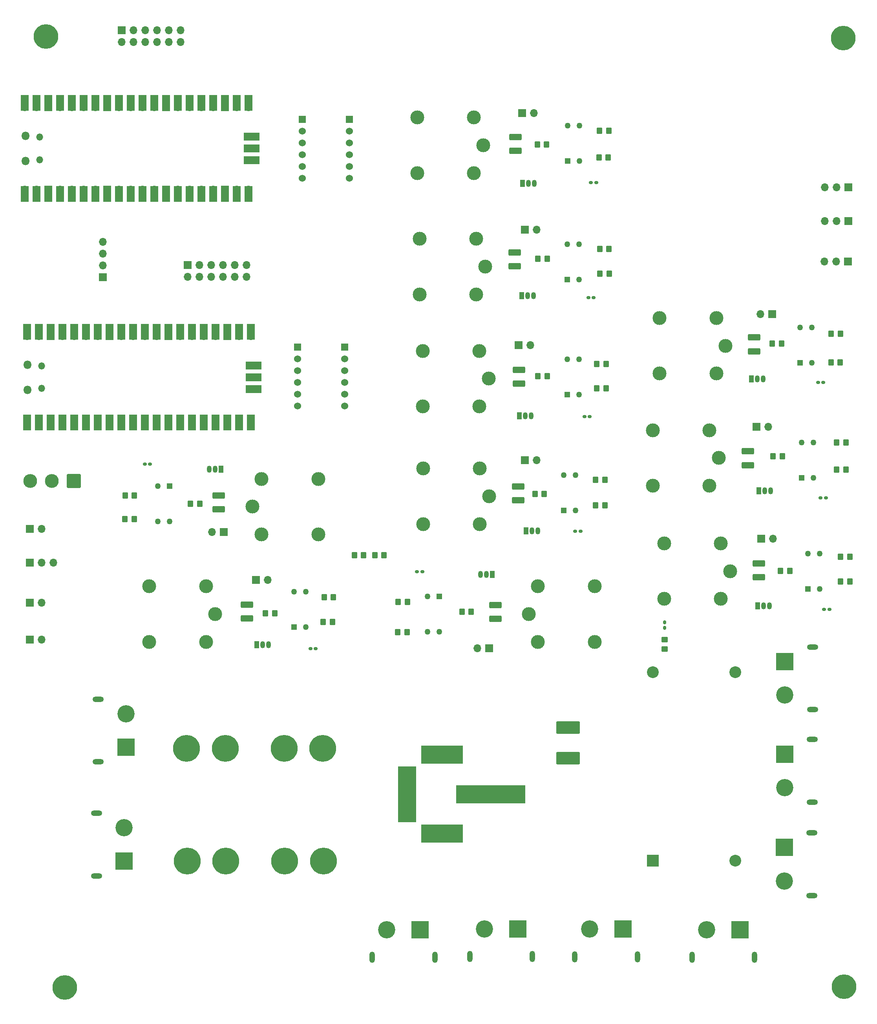
<source format=gbr>
%TF.GenerationSoftware,KiCad,Pcbnew,(6.0.5-0)*%
%TF.CreationDate,2024-02-03T23:16:41-05:00*%
%TF.ProjectId,RoboBoat PCB,526f626f-426f-4617-9420-5043422e6b69,rev?*%
%TF.SameCoordinates,Original*%
%TF.FileFunction,Soldermask,Top*%
%TF.FilePolarity,Negative*%
%FSLAX46Y46*%
G04 Gerber Fmt 4.6, Leading zero omitted, Abs format (unit mm)*
G04 Created by KiCad (PCBNEW (6.0.5-0)) date 2024-02-03 23:16:41*
%MOMM*%
%LPD*%
G01*
G04 APERTURE LIST*
G04 Aperture macros list*
%AMRoundRect*
0 Rectangle with rounded corners*
0 $1 Rounding radius*
0 $2 $3 $4 $5 $6 $7 $8 $9 X,Y pos of 4 corners*
0 Add a 4 corners polygon primitive as box body*
4,1,4,$2,$3,$4,$5,$6,$7,$8,$9,$2,$3,0*
0 Add four circle primitives for the rounded corners*
1,1,$1+$1,$2,$3*
1,1,$1+$1,$4,$5*
1,1,$1+$1,$6,$7*
1,1,$1+$1,$8,$9*
0 Add four rect primitives between the rounded corners*
20,1,$1+$1,$2,$3,$4,$5,0*
20,1,$1+$1,$4,$5,$6,$7,0*
20,1,$1+$1,$6,$7,$8,$9,0*
20,1,$1+$1,$8,$9,$2,$3,0*%
G04 Aperture macros list end*
%ADD10R,1.700000X1.700000*%
%ADD11O,1.700000X1.700000*%
%ADD12R,1.260000X1.260000*%
%ADD13C,1.260000*%
%ADD14RoundRect,0.250001X1.074999X-0.462499X1.074999X0.462499X-1.074999X0.462499X-1.074999X-0.462499X0*%
%ADD15RoundRect,0.160000X0.222500X0.160000X-0.222500X0.160000X-0.222500X-0.160000X0.222500X-0.160000X0*%
%ADD16C,3.000000*%
%ADD17RoundRect,0.250000X0.350000X0.450000X-0.350000X0.450000X-0.350000X-0.450000X0.350000X-0.450000X0*%
%ADD18R,3.716000X3.716000*%
%ADD19C,3.716000*%
%ADD20O,1.200000X2.400000*%
%ADD21RoundRect,0.250000X-0.450000X0.350000X-0.450000X-0.350000X0.450000X-0.350000X0.450000X0.350000X0*%
%ADD22RoundRect,0.160000X-0.160000X0.222500X-0.160000X-0.222500X0.160000X-0.222500X0.160000X0.222500X0*%
%ADD23RoundRect,0.102000X1.387500X1.387500X-1.387500X1.387500X-1.387500X-1.387500X1.387500X-1.387500X0*%
%ADD24C,2.979000*%
%ADD25C,5.794000*%
%ADD26O,1.500000X1.500000*%
%ADD27O,1.800000X1.800000*%
%ADD28R,1.700000X3.500000*%
%ADD29R,3.500000X1.700000*%
%ADD30R,1.050000X1.500000*%
%ADD31O,1.050000X1.500000*%
%ADD32R,2.540000X2.540000*%
%ADD33C,2.540000*%
%ADD34O,2.400000X1.200000*%
%ADD35RoundRect,0.160000X-0.222500X-0.160000X0.222500X-0.160000X0.222500X0.160000X-0.222500X0.160000X0*%
%ADD36RoundRect,0.250000X-0.350000X-0.450000X0.350000X-0.450000X0.350000X0.450000X-0.350000X0.450000X0*%
%ADD37RoundRect,0.250001X2.324999X-1.074999X2.324999X1.074999X-2.324999X1.074999X-2.324999X-1.074999X0*%
%ADD38R,15.000000X4.000000*%
%ADD39R,9.000000X4.000000*%
%ADD40R,4.000000X12.000000*%
%ADD41C,1.524000*%
%ADD42R,1.524000X1.524000*%
%ADD43RoundRect,0.250001X-1.074999X0.462499X-1.074999X-0.462499X1.074999X-0.462499X1.074999X0.462499X0*%
%ADD44C,5.300000*%
G04 APERTURE END LIST*
D10*
%TO.C,J13*%
X147600000Y-126850000D03*
D11*
X150140000Y-126850000D03*
%TD*%
D12*
%TO.C,Q19*%
X206980000Y-105877500D03*
D13*
X209520000Y-105877500D03*
X209520000Y-98257500D03*
X206980000Y-98257500D03*
%TD*%
D12*
%TO.C,Q12*%
X156730000Y-87927500D03*
D13*
X159270000Y-87927500D03*
X159270000Y-80307500D03*
X156730000Y-80307500D03*
%TD*%
D14*
%TO.C,D20*%
X198100000Y-152137500D03*
X198100000Y-149162500D03*
%TD*%
D15*
%TO.C,D16*%
X213322500Y-159050000D03*
X212177500Y-159050000D03*
%TD*%
D10*
%TO.C,J10*%
X40850000Y-165600000D03*
D11*
X43390000Y-165600000D03*
%TD*%
D15*
%TO.C,D8*%
X212522500Y-135017500D03*
X211377500Y-135017500D03*
%TD*%
D10*
%TO.C,J7*%
X60625000Y-34160000D03*
D11*
X60625000Y-36700000D03*
X63165000Y-34160000D03*
X63165000Y-36700000D03*
X65705000Y-34160000D03*
X65705000Y-36700000D03*
X68245000Y-34160000D03*
X68245000Y-36700000D03*
X70785000Y-34160000D03*
X70785000Y-36700000D03*
X73325000Y-34160000D03*
X73325000Y-36700000D03*
%TD*%
D16*
%TO.C,K9*%
X138650000Y-58950000D03*
X124450000Y-64950000D03*
X124450000Y-52950000D03*
X136650000Y-52950000D03*
X136650000Y-64950000D03*
%TD*%
D10*
%TO.C,J29*%
X200950000Y-95400000D03*
D11*
X198410000Y-95400000D03*
%TD*%
D15*
%TO.C,D22*%
X212007500Y-110150000D03*
X210862500Y-110150000D03*
%TD*%
D17*
%TO.C,R9*%
X77487500Y-136250000D03*
X75487500Y-136250000D03*
%TD*%
D10*
%TO.C,J30*%
X40850000Y-141700000D03*
D11*
X43390000Y-141700000D03*
%TD*%
D18*
%TO.C,J20*%
X125050000Y-228100000D03*
D19*
X117850000Y-228100000D03*
D20*
X128200000Y-234100000D03*
X114700000Y-234100000D03*
%TD*%
D10*
%TO.C,J14*%
X146275000Y-102050000D03*
D11*
X148815000Y-102050000D03*
%TD*%
D21*
%TO.C,R6*%
X177750000Y-165600000D03*
X177750000Y-167600000D03*
%TD*%
D22*
%TO.C,D5*%
X177750000Y-161850000D03*
X177750000Y-162995000D03*
%TD*%
D23*
%TO.C,S2*%
X50300000Y-131350000D03*
D24*
X45600000Y-131350000D03*
X40900000Y-131350000D03*
%TD*%
D12*
%TO.C,Q5*%
X207280000Y-130660000D03*
D13*
X209820000Y-130660000D03*
X209820000Y-123040000D03*
X207280000Y-123040000D03*
%TD*%
D12*
%TO.C,Q2*%
X97860000Y-162900000D03*
D13*
X100400000Y-162900000D03*
X100400000Y-155280000D03*
X97860000Y-155280000D03*
%TD*%
D25*
%TO.C,F1*%
X74790000Y-213300000D03*
X83120000Y-213300000D03*
X95820000Y-213300000D03*
X104150000Y-213300000D03*
%TD*%
D26*
%TO.C,U4*%
X42935000Y-62075000D03*
D27*
X39905000Y-56925000D03*
X39905000Y-62375000D03*
D26*
X42935000Y-57225000D03*
D11*
X39775000Y-68540000D03*
D28*
X39775000Y-69440000D03*
X42315000Y-69440000D03*
D11*
X42315000Y-68540000D03*
D10*
X44855000Y-68540000D03*
D28*
X44855000Y-69440000D03*
X47395000Y-69440000D03*
D11*
X47395000Y-68540000D03*
X49935000Y-68540000D03*
D28*
X49935000Y-69440000D03*
D11*
X52475000Y-68540000D03*
D28*
X52475000Y-69440000D03*
X55015000Y-69440000D03*
D11*
X55015000Y-68540000D03*
D10*
X57555000Y-68540000D03*
D28*
X57555000Y-69440000D03*
D11*
X60095000Y-68540000D03*
D28*
X60095000Y-69440000D03*
X62635000Y-69440000D03*
D11*
X62635000Y-68540000D03*
D28*
X65175000Y-69440000D03*
D11*
X65175000Y-68540000D03*
X67715000Y-68540000D03*
D28*
X67715000Y-69440000D03*
D10*
X70255000Y-68540000D03*
D28*
X70255000Y-69440000D03*
D11*
X72795000Y-68540000D03*
D28*
X72795000Y-69440000D03*
D11*
X75335000Y-68540000D03*
D28*
X75335000Y-69440000D03*
D11*
X77875000Y-68540000D03*
D28*
X77875000Y-69440000D03*
X80415000Y-69440000D03*
D11*
X80415000Y-68540000D03*
D10*
X82955000Y-68540000D03*
D28*
X82955000Y-69440000D03*
X85495000Y-69440000D03*
D11*
X85495000Y-68540000D03*
X88035000Y-68540000D03*
D28*
X88035000Y-69440000D03*
X88035000Y-49860000D03*
D11*
X88035000Y-50760000D03*
X85495000Y-50760000D03*
D28*
X85495000Y-49860000D03*
X82955000Y-49860000D03*
D10*
X82955000Y-50760000D03*
D28*
X80415000Y-49860000D03*
D11*
X80415000Y-50760000D03*
X77875000Y-50760000D03*
D28*
X77875000Y-49860000D03*
X75335000Y-49860000D03*
D11*
X75335000Y-50760000D03*
D28*
X72795000Y-49860000D03*
D11*
X72795000Y-50760000D03*
D28*
X70255000Y-49860000D03*
D10*
X70255000Y-50760000D03*
D11*
X67715000Y-50760000D03*
D28*
X67715000Y-49860000D03*
D11*
X65175000Y-50760000D03*
D28*
X65175000Y-49860000D03*
D11*
X62635000Y-50760000D03*
D28*
X62635000Y-49860000D03*
D11*
X60095000Y-50760000D03*
D28*
X60095000Y-49860000D03*
X57555000Y-49860000D03*
D10*
X57555000Y-50760000D03*
D11*
X55015000Y-50760000D03*
D28*
X55015000Y-49860000D03*
D11*
X52475000Y-50760000D03*
D28*
X52475000Y-49860000D03*
D11*
X49935000Y-50760000D03*
D28*
X49935000Y-49860000D03*
D11*
X47395000Y-50760000D03*
D28*
X47395000Y-49860000D03*
X44855000Y-49860000D03*
D10*
X44855000Y-50760000D03*
D28*
X42315000Y-49860000D03*
D11*
X42315000Y-50760000D03*
D28*
X39775000Y-49860000D03*
D11*
X39775000Y-50760000D03*
D29*
X88705000Y-62190000D03*
D11*
X87805000Y-62190000D03*
D10*
X87805000Y-59650000D03*
D29*
X88705000Y-59650000D03*
X88705000Y-57110000D03*
D11*
X87805000Y-57110000D03*
%TD*%
D30*
%TO.C,Q18*%
X147150000Y-67200000D03*
D31*
X148420000Y-67200000D03*
X149690000Y-67200000D03*
%TD*%
D32*
%TO.C,U6*%
X175260000Y-213220000D03*
D33*
X193040000Y-213220000D03*
X193040000Y-172580000D03*
X175260000Y-172580000D03*
%TD*%
D18*
%TO.C,J26*%
X203634300Y-190250000D03*
D19*
X203634300Y-197450000D03*
D34*
X209634300Y-187100000D03*
X209634300Y-200600000D03*
%TD*%
D14*
%TO.C,D21*%
X145600000Y-60187500D03*
X145600000Y-57212500D03*
%TD*%
D16*
%TO.C,K8*%
X191900000Y-150800000D03*
X177700000Y-156800000D03*
X177700000Y-144800000D03*
X189900000Y-144800000D03*
X189900000Y-156800000D03*
%TD*%
D15*
%TO.C,D4*%
X161607500Y-117500000D03*
X160462500Y-117500000D03*
%TD*%
D10*
%TO.C,J11*%
X82700000Y-142400000D03*
D11*
X80160000Y-142400000D03*
%TD*%
D10*
%TO.C,J9*%
X40850000Y-157650000D03*
D11*
X43390000Y-157650000D03*
%TD*%
D17*
%TO.C,R29*%
X165587500Y-61600000D03*
X163587500Y-61600000D03*
%TD*%
D15*
%TO.C,D15*%
X162457500Y-91800000D03*
X161312500Y-91800000D03*
%TD*%
D10*
%TO.C,J8*%
X40850000Y-148950000D03*
D11*
X43390000Y-148950000D03*
X45930000Y-148950000D03*
%TD*%
D17*
%TO.C,R27*%
X165112500Y-111400000D03*
X163112500Y-111400000D03*
%TD*%
D18*
%TO.C,J21*%
X146100000Y-227934200D03*
D19*
X138900000Y-227934200D03*
D20*
X149250000Y-233934200D03*
X135750000Y-233934200D03*
%TD*%
D18*
%TO.C,J24*%
X168750000Y-227950000D03*
D19*
X161550000Y-227950000D03*
D20*
X171900000Y-233950000D03*
X158400000Y-233950000D03*
%TD*%
D10*
%TO.C,J17*%
X147600000Y-77150000D03*
D11*
X150140000Y-77150000D03*
%TD*%
D35*
%TO.C,D14*%
X124377500Y-150950000D03*
X125522500Y-150950000D03*
%TD*%
D18*
%TO.C,J22*%
X61215800Y-213350000D03*
D19*
X61215800Y-206150000D03*
D34*
X55215800Y-216500000D03*
X55215800Y-203000000D03*
%TD*%
D17*
%TO.C,R26*%
X164850000Y-136600000D03*
X162850000Y-136600000D03*
%TD*%
D30*
%TO.C,Q6*%
X82050000Y-128850000D03*
D31*
X80780000Y-128850000D03*
X79510000Y-128850000D03*
%TD*%
D30*
%TO.C,Q9*%
X146400000Y-117350000D03*
D31*
X147670000Y-117350000D03*
X148940000Y-117350000D03*
%TD*%
D36*
%TO.C,R14*%
X120187500Y-164000000D03*
X122187500Y-164000000D03*
%TD*%
D12*
%TO.C,Q1*%
X70970000Y-132440000D03*
D13*
X68430000Y-132440000D03*
X68430000Y-140060000D03*
X70970000Y-140060000D03*
%TD*%
D10*
%TO.C,J12*%
X89630000Y-152740000D03*
D11*
X92170000Y-152740000D03*
%TD*%
D36*
%TO.C,R21*%
X150300000Y-58800000D03*
X152300000Y-58800000D03*
%TD*%
D10*
%TO.C,J16*%
X139900000Y-167450000D03*
D11*
X137360000Y-167450000D03*
%TD*%
D36*
%TO.C,R12*%
X150437500Y-108800000D03*
X152437500Y-108800000D03*
%TD*%
%TO.C,R1*%
X61362500Y-139600000D03*
X63362500Y-139600000D03*
%TD*%
%TO.C,R13*%
X201137500Y-126000000D03*
X203137500Y-126000000D03*
%TD*%
D16*
%TO.C,K5*%
X189450000Y-126400000D03*
X175250000Y-132400000D03*
X175250000Y-120400000D03*
X187450000Y-120400000D03*
X187450000Y-132400000D03*
%TD*%
D14*
%TO.C,D19*%
X145400000Y-85037500D03*
X145400000Y-82062500D03*
%TD*%
D17*
%TO.C,R18*%
X136037500Y-159600000D03*
X134037500Y-159600000D03*
%TD*%
%TO.C,R28*%
X216850000Y-128900000D03*
X214850000Y-128900000D03*
%TD*%
D36*
%TO.C,R19*%
X150437500Y-83450000D03*
X152437500Y-83450000D03*
%TD*%
D16*
%TO.C,K2*%
X80830000Y-160040000D03*
X66630000Y-166040000D03*
X66630000Y-154040000D03*
X78830000Y-154040000D03*
X78830000Y-166040000D03*
%TD*%
D37*
%TO.C,D24*%
X156900000Y-191125000D03*
X156900000Y-184575000D03*
%TD*%
D38*
%TO.C,K10*%
X140245000Y-198905000D03*
D39*
X129745000Y-207405000D03*
X129745000Y-190405000D03*
D40*
X122245000Y-198905000D03*
%TD*%
D14*
%TO.C,D12*%
X146350000Y-110387500D03*
X146350000Y-107412500D03*
%TD*%
D41*
%TO.C,U1*%
X108780000Y-110120000D03*
X98620000Y-110120000D03*
X108780000Y-107580000D03*
D42*
X108780000Y-102500000D03*
D41*
X108780000Y-105040000D03*
X108780000Y-112660000D03*
X108780000Y-115200000D03*
X98620000Y-107580000D03*
D42*
X98620000Y-102500000D03*
D41*
X98620000Y-105040000D03*
X98620000Y-112660000D03*
X98620000Y-115200000D03*
%TD*%
D30*
%TO.C,Q10*%
X198100000Y-133500000D03*
D31*
X199370000Y-133500000D03*
X200640000Y-133500000D03*
%TD*%
D36*
%TO.C,R10*%
X91692500Y-159890000D03*
X93692500Y-159890000D03*
%TD*%
D15*
%TO.C,D3*%
X159622500Y-142200000D03*
X158477500Y-142200000D03*
%TD*%
D43*
%TO.C,D18*%
X141300000Y-158112500D03*
X141300000Y-161087500D03*
%TD*%
D16*
%TO.C,K1*%
X88850000Y-136900000D03*
X103050000Y-130900000D03*
X103050000Y-142900000D03*
X90850000Y-142900000D03*
X90850000Y-130900000D03*
%TD*%
D17*
%TO.C,R34*%
X215662500Y-99600000D03*
X213662500Y-99600000D03*
%TD*%
D16*
%TO.C,K7*%
X139100000Y-85150000D03*
X124900000Y-91150000D03*
X124900000Y-79150000D03*
X137100000Y-79150000D03*
X137100000Y-91150000D03*
%TD*%
D44*
%TO.C,H2*%
X216300000Y-35900000D03*
%TD*%
D10*
%TO.C,J2*%
X217300000Y-84050000D03*
D11*
X214760000Y-84050000D03*
X212220000Y-84050000D03*
%TD*%
D17*
%TO.C,R17*%
X165712500Y-55850000D03*
X163712500Y-55850000D03*
%TD*%
D27*
%TO.C,U3*%
X40355000Y-111725000D03*
D26*
X43385000Y-111425000D03*
X43385000Y-106575000D03*
D27*
X40355000Y-106275000D03*
D28*
X40225000Y-118790000D03*
D11*
X40225000Y-117890000D03*
X42765000Y-117890000D03*
D28*
X42765000Y-118790000D03*
D10*
X45305000Y-117890000D03*
D28*
X45305000Y-118790000D03*
D11*
X47845000Y-117890000D03*
D28*
X47845000Y-118790000D03*
X50385000Y-118790000D03*
D11*
X50385000Y-117890000D03*
D28*
X52925000Y-118790000D03*
D11*
X52925000Y-117890000D03*
X55465000Y-117890000D03*
D28*
X55465000Y-118790000D03*
X58005000Y-118790000D03*
D10*
X58005000Y-117890000D03*
D11*
X60545000Y-117890000D03*
D28*
X60545000Y-118790000D03*
X63085000Y-118790000D03*
D11*
X63085000Y-117890000D03*
D28*
X65625000Y-118790000D03*
D11*
X65625000Y-117890000D03*
X68165000Y-117890000D03*
D28*
X68165000Y-118790000D03*
D10*
X70705000Y-117890000D03*
D28*
X70705000Y-118790000D03*
X73245000Y-118790000D03*
D11*
X73245000Y-117890000D03*
D28*
X75785000Y-118790000D03*
D11*
X75785000Y-117890000D03*
D28*
X78325000Y-118790000D03*
D11*
X78325000Y-117890000D03*
X80865000Y-117890000D03*
D28*
X80865000Y-118790000D03*
X83405000Y-118790000D03*
D10*
X83405000Y-117890000D03*
D28*
X85945000Y-118790000D03*
D11*
X85945000Y-117890000D03*
D28*
X88485000Y-118790000D03*
D11*
X88485000Y-117890000D03*
D28*
X88485000Y-99210000D03*
D11*
X88485000Y-100110000D03*
D28*
X85945000Y-99210000D03*
D11*
X85945000Y-100110000D03*
D28*
X83405000Y-99210000D03*
D10*
X83405000Y-100110000D03*
D11*
X80865000Y-100110000D03*
D28*
X80865000Y-99210000D03*
X78325000Y-99210000D03*
D11*
X78325000Y-100110000D03*
X75785000Y-100110000D03*
D28*
X75785000Y-99210000D03*
X73245000Y-99210000D03*
D11*
X73245000Y-100110000D03*
D10*
X70705000Y-100110000D03*
D28*
X70705000Y-99210000D03*
D11*
X68165000Y-100110000D03*
D28*
X68165000Y-99210000D03*
D11*
X65625000Y-100110000D03*
D28*
X65625000Y-99210000D03*
D11*
X63085000Y-100110000D03*
D28*
X63085000Y-99210000D03*
D11*
X60545000Y-100110000D03*
D28*
X60545000Y-99210000D03*
X58005000Y-99210000D03*
D10*
X58005000Y-100110000D03*
D11*
X55465000Y-100110000D03*
D28*
X55465000Y-99210000D03*
D11*
X52925000Y-100110000D03*
D28*
X52925000Y-99210000D03*
D11*
X50385000Y-100110000D03*
D28*
X50385000Y-99210000D03*
D11*
X47845000Y-100110000D03*
D28*
X47845000Y-99210000D03*
X45305000Y-99210000D03*
D10*
X45305000Y-100110000D03*
D11*
X42765000Y-100110000D03*
D28*
X42765000Y-99210000D03*
X40225000Y-99210000D03*
D11*
X40225000Y-100110000D03*
D29*
X89155000Y-111540000D03*
D11*
X88255000Y-111540000D03*
D10*
X88255000Y-109000000D03*
D29*
X89155000Y-109000000D03*
X89155000Y-106460000D03*
D11*
X88255000Y-106460000D03*
%TD*%
D10*
%TO.C,J6*%
X217350000Y-75350000D03*
D11*
X214810000Y-75350000D03*
X212270000Y-75350000D03*
%TD*%
D44*
%TO.C,H4*%
X44350000Y-35550000D03*
%TD*%
D17*
%TO.C,R16*%
X217712500Y-147700000D03*
X215712500Y-147700000D03*
%TD*%
D10*
%TO.C,J18*%
X198600000Y-143850000D03*
D11*
X201140000Y-143850000D03*
%TD*%
D16*
%TO.C,K3*%
X139900000Y-134650000D03*
X125700000Y-140650000D03*
X125700000Y-128650000D03*
X137900000Y-128650000D03*
X137900000Y-140650000D03*
%TD*%
D10*
%TO.C,J3*%
X56600000Y-87400000D03*
D11*
X56600000Y-84860000D03*
X56600000Y-82320000D03*
X56600000Y-79780000D03*
%TD*%
D14*
%TO.C,D10*%
X87680000Y-161027500D03*
X87680000Y-158052500D03*
%TD*%
%TO.C,D13*%
X195700000Y-127937500D03*
X195700000Y-124962500D03*
%TD*%
D10*
%TO.C,J4*%
X217350000Y-68050000D03*
D11*
X214810000Y-68050000D03*
X212270000Y-68050000D03*
%TD*%
D17*
%TO.C,R33*%
X217700000Y-153000000D03*
X215700000Y-153000000D03*
%TD*%
D18*
%TO.C,J23*%
X61565800Y-188750000D03*
D19*
X61565800Y-181550000D03*
D34*
X55565800Y-191900000D03*
X55565800Y-178400000D03*
%TD*%
D17*
%TO.C,R15*%
X165762500Y-81300000D03*
X163762500Y-81300000D03*
%TD*%
D36*
%TO.C,R20*%
X202762500Y-150750000D03*
X204762500Y-150750000D03*
%TD*%
D30*
%TO.C,Q7*%
X89790000Y-166640000D03*
D31*
X91060000Y-166640000D03*
X92330000Y-166640000D03*
%TD*%
D36*
%TO.C,R11*%
X149800000Y-134150000D03*
X151800000Y-134150000D03*
%TD*%
D44*
%TO.C,H1*%
X48400000Y-240550000D03*
%TD*%
D14*
%TO.C,D23*%
X197050000Y-103387500D03*
X197050000Y-100412500D03*
%TD*%
D36*
%TO.C,R24*%
X61387500Y-134500000D03*
X63387500Y-134500000D03*
%TD*%
%TO.C,R23*%
X115250000Y-147400000D03*
X117250000Y-147400000D03*
%TD*%
D17*
%TO.C,R4*%
X165112500Y-106100000D03*
X163112500Y-106100000D03*
%TD*%
D30*
%TO.C,Q17*%
X197850000Y-158300000D03*
D31*
X199120000Y-158300000D03*
X200390000Y-158300000D03*
%TD*%
D17*
%TO.C,R5*%
X216850000Y-123100000D03*
X214850000Y-123100000D03*
%TD*%
D36*
%TO.C,R35*%
X200962500Y-101700000D03*
X202962500Y-101700000D03*
%TD*%
D18*
%TO.C,J28*%
X203650000Y-170300000D03*
D19*
X203650000Y-177500000D03*
D34*
X209650000Y-167150000D03*
X209650000Y-180650000D03*
%TD*%
D16*
%TO.C,K11*%
X190900000Y-102200000D03*
X176700000Y-108200000D03*
X176700000Y-96200000D03*
X188900000Y-96200000D03*
X188900000Y-108200000D03*
%TD*%
%TO.C,K6*%
X148450000Y-160050000D03*
X162650000Y-154050000D03*
X162650000Y-166050000D03*
X150450000Y-166050000D03*
X150450000Y-154050000D03*
%TD*%
D44*
%TO.C,H3*%
X216450000Y-240400000D03*
%TD*%
D30*
%TO.C,Q20*%
X196480000Y-109310000D03*
D31*
X197750000Y-109310000D03*
X199020000Y-109310000D03*
%TD*%
D17*
%TO.C,R2*%
X106330000Y-156390000D03*
X104330000Y-156390000D03*
%TD*%
D30*
%TO.C,Q15*%
X140550000Y-151500000D03*
D31*
X139280000Y-151500000D03*
X138010000Y-151500000D03*
%TD*%
D10*
%TO.C,J15*%
X197600000Y-119700000D03*
D11*
X200140000Y-119700000D03*
%TD*%
D14*
%TO.C,D11*%
X146150000Y-135487500D03*
X146150000Y-132512500D03*
%TD*%
D12*
%TO.C,Q3*%
X156030000Y-137727500D03*
D13*
X158570000Y-137727500D03*
X158570000Y-130107500D03*
X156030000Y-130107500D03*
%TD*%
D43*
%TO.C,D9*%
X81600000Y-134512500D03*
X81600000Y-137487500D03*
%TD*%
D18*
%TO.C,J27*%
X203550000Y-210400000D03*
D19*
X203550000Y-217600000D03*
D34*
X209550000Y-207250000D03*
X209550000Y-220750000D03*
%TD*%
D16*
%TO.C,K4*%
X139800000Y-109300000D03*
X125600000Y-115300000D03*
X125600000Y-103300000D03*
X137800000Y-103300000D03*
X137800000Y-115300000D03*
%TD*%
D15*
%TO.C,D2*%
X102502500Y-167490000D03*
X101357500Y-167490000D03*
%TD*%
D12*
%TO.C,Q4*%
X156780000Y-112760000D03*
D13*
X159320000Y-112760000D03*
X159320000Y-105140000D03*
X156780000Y-105140000D03*
%TD*%
D10*
%TO.C,J1*%
X74875000Y-84760000D03*
D11*
X74875000Y-87300000D03*
X77415000Y-84760000D03*
X77415000Y-87300000D03*
X79955000Y-84760000D03*
X79955000Y-87300000D03*
X82495000Y-84760000D03*
X82495000Y-87300000D03*
X85035000Y-84760000D03*
X85035000Y-87300000D03*
X87575000Y-84760000D03*
X87575000Y-87300000D03*
%TD*%
D35*
%TO.C,D1*%
X65642500Y-127700000D03*
X66787500Y-127700000D03*
%TD*%
D15*
%TO.C,D17*%
X163007500Y-67000000D03*
X161862500Y-67000000D03*
%TD*%
D36*
%TO.C,R22*%
X110840000Y-147400000D03*
X112840000Y-147400000D03*
%TD*%
D30*
%TO.C,Q8*%
X147900000Y-142150000D03*
D31*
X149170000Y-142150000D03*
X150440000Y-142150000D03*
%TD*%
D17*
%TO.C,R25*%
X106130000Y-161740000D03*
X104130000Y-161740000D03*
%TD*%
D36*
%TO.C,R31*%
X120287500Y-157400000D03*
X122287500Y-157400000D03*
%TD*%
D18*
%TO.C,J25*%
X194000000Y-228100000D03*
D19*
X186800000Y-228100000D03*
D20*
X197150000Y-234100000D03*
X183650000Y-234100000D03*
%TD*%
D10*
%TO.C,J19*%
X147025000Y-52050000D03*
D11*
X149565000Y-52050000D03*
%TD*%
D12*
%TO.C,Q11*%
X129170000Y-156290000D03*
D13*
X126630000Y-156290000D03*
X126630000Y-163910000D03*
X129170000Y-163910000D03*
%TD*%
D17*
%TO.C,R32*%
X215637500Y-105800000D03*
X213637500Y-105800000D03*
%TD*%
D12*
%TO.C,Q13*%
X208680000Y-154627500D03*
D13*
X211220000Y-154627500D03*
X211220000Y-147007500D03*
X208680000Y-147007500D03*
%TD*%
D17*
%TO.C,R30*%
X165812500Y-86650000D03*
X163812500Y-86650000D03*
%TD*%
D12*
%TO.C,Q14*%
X156830000Y-62360000D03*
D13*
X159370000Y-62360000D03*
X159370000Y-54740000D03*
X156830000Y-54740000D03*
%TD*%
D30*
%TO.C,Q16*%
X146930000Y-91410000D03*
D31*
X148200000Y-91410000D03*
X149470000Y-91410000D03*
%TD*%
D17*
%TO.C,R3*%
X164850000Y-131100000D03*
X162850000Y-131100000D03*
%TD*%
D25*
%TO.C,F2*%
X74665000Y-189005000D03*
X82995000Y-189005000D03*
X95695000Y-189005000D03*
X104025000Y-189005000D03*
%TD*%
D41*
%TO.C,U8*%
X109780000Y-61020000D03*
X99620000Y-61020000D03*
X109780000Y-58480000D03*
D42*
X109780000Y-53400000D03*
D41*
X109780000Y-55940000D03*
X109780000Y-63560000D03*
X109780000Y-66100000D03*
X99620000Y-58480000D03*
D42*
X99620000Y-53400000D03*
D41*
X99620000Y-55940000D03*
X99620000Y-63560000D03*
X99620000Y-66100000D03*
%TD*%
M02*

</source>
